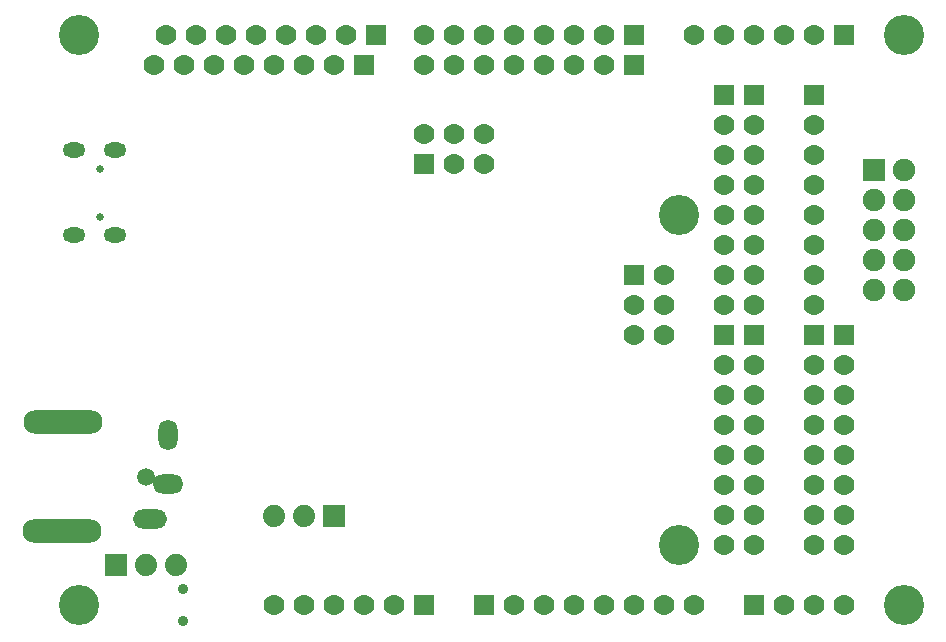
<source format=gbr>
G04 #@! TF.GenerationSoftware,KiCad,Pcbnew,5.1.0-unknown-9bfce26~82~ubuntu18.04.1*
G04 #@! TF.CreationDate,2019-03-14T11:14:55+02:00*
G04 #@! TF.ProjectId,OLIMEXINO-2560_Rev_B,4f4c494d-4558-4494-9e4f-2d323536305f,rev?*
G04 #@! TF.SameCoordinates,Original*
G04 #@! TF.FileFunction,Soldermask,Bot*
G04 #@! TF.FilePolarity,Negative*
%FSLAX46Y46*%
G04 Gerber Fmt 4.6, Leading zero omitted, Abs format (unit mm)*
G04 Created by KiCad (PCBNEW 5.1.0-unknown-9bfce26~82~ubuntu18.04.1) date 2019-03-14 11:14:55*
%MOMM*%
%LPD*%
G04 APERTURE LIST*
%ADD10C,1.500000*%
%ADD11O,6.700000X2.000000*%
%ADD12O,2.600000X1.624000*%
%ADD13O,2.900000X1.624000*%
%ADD14O,1.624000X2.600000*%
%ADD15C,3.400000*%
%ADD16C,1.776400*%
%ADD17R,1.776400X1.776400*%
%ADD18C,1.879600*%
%ADD19R,1.879600X1.879600*%
%ADD20C,0.650000*%
%ADD21O,1.900000X1.300000*%
%ADD22C,1.900000*%
%ADD23R,1.850000X1.850000*%
%ADD24C,0.901600*%
G04 APERTURE END LIST*
D10*
X32363800Y-80543400D03*
D11*
X25263800Y-85143400D03*
X25363800Y-75943400D03*
D12*
X34263800Y-81143400D03*
D13*
X32663800Y-84143400D03*
D14*
X34263800Y-77043400D03*
D15*
X77470000Y-86360000D03*
D16*
X45720000Y-91440000D03*
X48260000Y-91440000D03*
D17*
X60960000Y-91440000D03*
D16*
X63500000Y-91440000D03*
X66040000Y-91440000D03*
X68580000Y-91440000D03*
X71120000Y-91440000D03*
X73660000Y-91440000D03*
X34042540Y-43180000D03*
D17*
X73660000Y-43180000D03*
D16*
X71120000Y-43180000D03*
X68580000Y-43180000D03*
X66040000Y-43180000D03*
X63500000Y-43180000D03*
X60960000Y-43180000D03*
X58420000Y-43180000D03*
X55880000Y-43180000D03*
D17*
X51820000Y-43180000D03*
D16*
X49282540Y-43180000D03*
X46742540Y-43180000D03*
X44202540Y-43180000D03*
X41662540Y-43180000D03*
X39122540Y-43180000D03*
X50800000Y-91440000D03*
X53340000Y-91440000D03*
X36582540Y-43180000D03*
X43180000Y-91440000D03*
D17*
X55880000Y-91440000D03*
D16*
X78740000Y-43180000D03*
X88900000Y-43180000D03*
X86360000Y-43180000D03*
X83820000Y-43180000D03*
X81280000Y-43180000D03*
D17*
X91440000Y-43180000D03*
D16*
X78740000Y-91440000D03*
X76200000Y-91440000D03*
X91440000Y-91440000D03*
X88900000Y-91440000D03*
X86360000Y-91440000D03*
D17*
X83820000Y-91440000D03*
D16*
X81280000Y-63500000D03*
X81280000Y-55880000D03*
X81280000Y-66040000D03*
X81280000Y-58420000D03*
X81280000Y-60960000D03*
X81280000Y-50800000D03*
D17*
X81280000Y-48260000D03*
D16*
X81280000Y-53340000D03*
D17*
X83820000Y-48260000D03*
D16*
X83820000Y-63500000D03*
X83820000Y-50800000D03*
X83820000Y-60960000D03*
X83820000Y-58420000D03*
X83820000Y-53340000D03*
X83820000Y-66040000D03*
X83820000Y-55880000D03*
X88900000Y-55880000D03*
X88900000Y-66040000D03*
X88900000Y-53340000D03*
X88900000Y-60960000D03*
X88900000Y-63500000D03*
X88900000Y-50800000D03*
X88900000Y-58420000D03*
D17*
X88900000Y-48260000D03*
D16*
X88900000Y-73660000D03*
D17*
X81280000Y-68580000D03*
D16*
X88900000Y-78740000D03*
X83820000Y-76200000D03*
X81280000Y-83820000D03*
X83820000Y-86360000D03*
X81280000Y-71120000D03*
X88900000Y-83820000D03*
X81280000Y-81280000D03*
X83820000Y-73660000D03*
X83820000Y-81280000D03*
X83820000Y-83820000D03*
X88900000Y-71120000D03*
X81280000Y-78740000D03*
X88900000Y-86360000D03*
X88900000Y-76200000D03*
X83820000Y-71120000D03*
X81280000Y-73660000D03*
X83820000Y-78740000D03*
X81280000Y-86360000D03*
D17*
X88900000Y-68580000D03*
D16*
X81280000Y-76200000D03*
D17*
X83820000Y-68580000D03*
D16*
X88900000Y-81280000D03*
X91440000Y-76200000D03*
X91440000Y-71120000D03*
X91440000Y-86360000D03*
X91440000Y-78740000D03*
X91440000Y-83820000D03*
X91440000Y-81280000D03*
D17*
X91440000Y-68580000D03*
D16*
X91440000Y-73660000D03*
X45722540Y-45720000D03*
X38102540Y-45720000D03*
D17*
X50800000Y-45720000D03*
D16*
X43182540Y-45720000D03*
X48262540Y-45720000D03*
X35562540Y-45720000D03*
X33022540Y-45720000D03*
X40642540Y-45720000D03*
X58420000Y-45720000D03*
X55880000Y-45720000D03*
D17*
X73660000Y-45720000D03*
D16*
X60960000Y-45720000D03*
X63500000Y-45720000D03*
X66040000Y-45720000D03*
X68580000Y-45720000D03*
X71120000Y-45720000D03*
X58420000Y-54102000D03*
X60960000Y-54102000D03*
D17*
X55880000Y-54102000D03*
D16*
X58420000Y-51562000D03*
X60960000Y-51562000D03*
X55880000Y-51562000D03*
X76200000Y-66040000D03*
X76200000Y-68580000D03*
X73660000Y-66040000D03*
X73660000Y-68580000D03*
D17*
X73660000Y-63500000D03*
D16*
X76200000Y-63500000D03*
D15*
X26670000Y-43180000D03*
X26670000Y-91440000D03*
X77470000Y-86360000D03*
X77470000Y-58420000D03*
X96520000Y-43180000D03*
X96520000Y-91440000D03*
D18*
X43243500Y-83883500D03*
X45783500Y-83883500D03*
D19*
X48323500Y-83883500D03*
D18*
X34925000Y-88011000D03*
X32385000Y-88011000D03*
D19*
X29845000Y-88011000D03*
D20*
X28430000Y-54515000D03*
X28430000Y-58515000D03*
D21*
X26280000Y-52915000D03*
X29750000Y-52915000D03*
X29750000Y-60115000D03*
X26280000Y-60115000D03*
D22*
X96520000Y-64770000D03*
X93980000Y-64770000D03*
X96520000Y-62230000D03*
X93980000Y-62230000D03*
X96520000Y-59690000D03*
X93980000Y-59690000D03*
X96520000Y-57150000D03*
X93980000Y-57150000D03*
X96520000Y-54610000D03*
D23*
X93980000Y-54610000D03*
D24*
X35525000Y-90090000D03*
X35525000Y-92790000D03*
M02*

</source>
